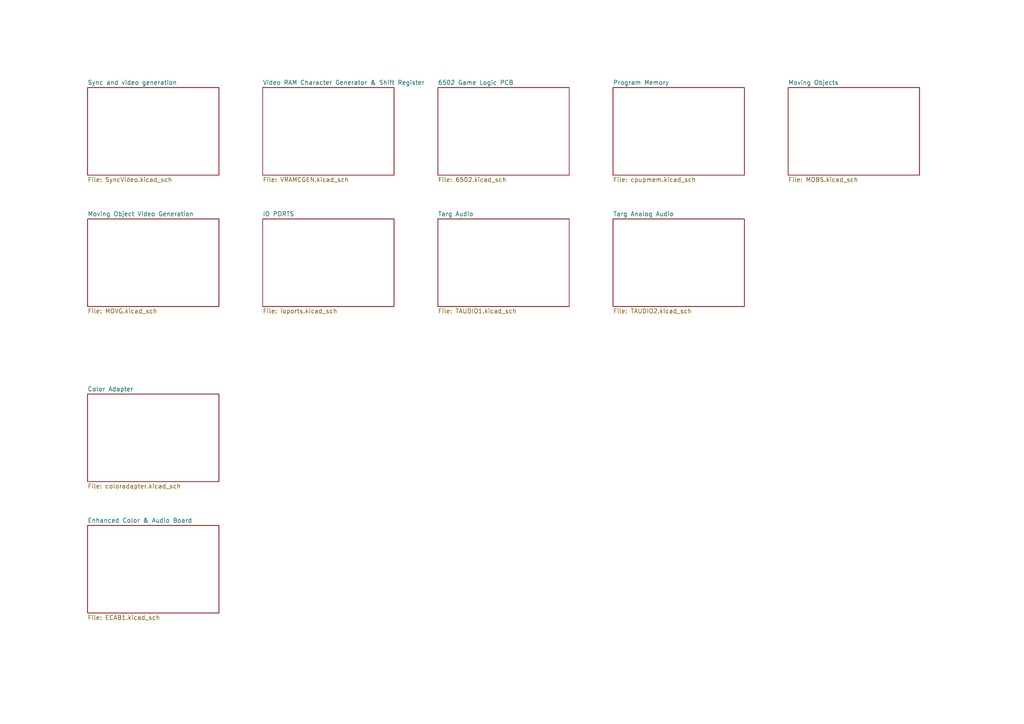
<source format=kicad_sch>
(kicad_sch
	(version 20231120)
	(generator "eeschema")
	(generator_version "8.0")
	(uuid "d19f6af5-c62c-4b3a-9ef9-d16f0857a7e7")
	(paper "A4")
	(title_block
		(title "Exidy Universal Game Board II")
		(company "Anton Gale")
	)
	(lib_symbols)
	(sheet
		(at 177.8 63.5)
		(size 38.1 25.4)
		(fields_autoplaced yes)
		(stroke
			(width 0.1524)
			(type solid)
		)
		(fill
			(color 0 0 0 0.0000)
		)
		(uuid "37edb18f-1b53-4e89-9ff7-7fe9559f6cb3")
		(property "Sheetname" "Targ Analog Audio"
			(at 177.8 62.7884 0)
			(effects
				(font
					(size 1.27 1.27)
				)
				(justify left bottom)
			)
		)
		(property "Sheetfile" "TAUDIO2.kicad_sch"
			(at 177.8 89.4846 0)
			(effects
				(font
					(size 1.27 1.27)
				)
				(justify left top)
			)
		)
		(instances
			(project "exidy2"
				(path "/d19f6af5-c62c-4b3a-9ef9-d16f0857a7e7"
					(page "11")
				)
			)
		)
	)
	(sheet
		(at 25.4 25.4)
		(size 38.1 25.4)
		(fields_autoplaced yes)
		(stroke
			(width 0.1524)
			(type solid)
		)
		(fill
			(color 0 0 0 0.0000)
		)
		(uuid "43fb6cb1-b1a3-4273-b478-1a7da05b5af9")
		(property "Sheetname" "Sync and video generation"
			(at 25.4 24.6884 0)
			(effects
				(font
					(size 1.27 1.27)
				)
				(justify left bottom)
			)
		)
		(property "Sheetfile" "SyncVideo.kicad_sch"
			(at 25.4 51.3846 0)
			(effects
				(font
					(size 1.27 1.27)
				)
				(justify left top)
			)
		)
		(instances
			(project "exidy2"
				(path "/d19f6af5-c62c-4b3a-9ef9-d16f0857a7e7"
					(page "2")
				)
			)
		)
	)
	(sheet
		(at 25.4 63.5)
		(size 38.1 25.4)
		(fields_autoplaced yes)
		(stroke
			(width 0.1524)
			(type solid)
		)
		(fill
			(color 0 0 0 0.0000)
		)
		(uuid "536bb5e0-b64c-49da-9ce8-e2cc840576e4")
		(property "Sheetname" "Moving Object Video Generation"
			(at 25.4 62.7884 0)
			(effects
				(font
					(size 1.27 1.27)
				)
				(justify left bottom)
			)
		)
		(property "Sheetfile" "MOVG.kicad_sch"
			(at 25.4 89.4846 0)
			(effects
				(font
					(size 1.27 1.27)
				)
				(justify left top)
			)
		)
		(instances
			(project "exidy2"
				(path "/d19f6af5-c62c-4b3a-9ef9-d16f0857a7e7"
					(page "8")
				)
			)
		)
	)
	(sheet
		(at 127 63.5)
		(size 38.1 25.4)
		(fields_autoplaced yes)
		(stroke
			(width 0.1524)
			(type solid)
		)
		(fill
			(color 0 0 0 0.0000)
		)
		(uuid "5371d179-37a3-4006-9310-1375e43c1a8e")
		(property "Sheetname" "Targ Audio"
			(at 127 62.7884 0)
			(effects
				(font
					(size 1.27 1.27)
				)
				(justify left bottom)
			)
		)
		(property "Sheetfile" "TAUDIO1.kicad_sch"
			(at 127 89.4846 0)
			(effects
				(font
					(size 1.27 1.27)
				)
				(justify left top)
			)
		)
		(instances
			(project "exidy2"
				(path "/d19f6af5-c62c-4b3a-9ef9-d16f0857a7e7"
					(page "10")
				)
			)
		)
	)
	(sheet
		(at 177.8 25.4)
		(size 38.1 25.4)
		(fields_autoplaced yes)
		(stroke
			(width 0.1524)
			(type solid)
		)
		(fill
			(color 0 0 0 0.0000)
		)
		(uuid "553e0e4f-34e2-4b61-b277-86420dbb2cdc")
		(property "Sheetname" "Program Memory"
			(at 177.8 24.6884 0)
			(effects
				(font
					(size 1.27 1.27)
				)
				(justify left bottom)
			)
		)
		(property "Sheetfile" "cpupmem.kicad_sch"
			(at 177.8 51.3846 0)
			(effects
				(font
					(size 1.27 1.27)
				)
				(justify left top)
			)
		)
		(instances
			(project "exidy2"
				(path "/d19f6af5-c62c-4b3a-9ef9-d16f0857a7e7"
					(page "6")
				)
			)
		)
	)
	(sheet
		(at 228.6 25.4)
		(size 38.1 25.4)
		(fields_autoplaced yes)
		(stroke
			(width 0.1524)
			(type solid)
		)
		(fill
			(color 0 0 0 0.0000)
		)
		(uuid "72ae4ec2-c44d-42aa-af08-c39391e5310f")
		(property "Sheetname" "Moving Objects"
			(at 228.6 24.6884 0)
			(effects
				(font
					(size 1.27 1.27)
				)
				(justify left bottom)
			)
		)
		(property "Sheetfile" "MOBS.kicad_sch"
			(at 228.6 51.3846 0)
			(effects
				(font
					(size 1.27 1.27)
				)
				(justify left top)
			)
		)
		(instances
			(project "exidy2"
				(path "/d19f6af5-c62c-4b3a-9ef9-d16f0857a7e7"
					(page "7")
				)
			)
		)
	)
	(sheet
		(at 25.4 114.3)
		(size 38.1 25.4)
		(fields_autoplaced yes)
		(stroke
			(width 0.1524)
			(type solid)
		)
		(fill
			(color 0 0 0 0.0000)
		)
		(uuid "7915541a-1915-4a89-89a3-19250294cd74")
		(property "Sheetname" "Color Adapter"
			(at 25.4 113.5884 0)
			(effects
				(font
					(size 1.27 1.27)
				)
				(justify left bottom)
			)
		)
		(property "Sheetfile" "coloradapter.kicad_sch"
			(at 25.4 140.2846 0)
			(effects
				(font
					(size 1.27 1.27)
				)
				(justify left top)
			)
		)
		(instances
			(project "exidy2"
				(path "/d19f6af5-c62c-4b3a-9ef9-d16f0857a7e7"
					(page "4")
				)
			)
		)
	)
	(sheet
		(at 127 25.4)
		(size 38.1 25.4)
		(fields_autoplaced yes)
		(stroke
			(width 0.1524)
			(type solid)
		)
		(fill
			(color 0 0 0 0.0000)
		)
		(uuid "810f4072-c26b-49ab-85cf-98a74de3abe0")
		(property "Sheetname" "6502 Game Logic PCB"
			(at 127 24.6884 0)
			(effects
				(font
					(size 1.27 1.27)
				)
				(justify left bottom)
			)
		)
		(property "Sheetfile" "6502.kicad_sch"
			(at 127 51.3846 0)
			(effects
				(font
					(size 1.27 1.27)
				)
				(justify left top)
			)
		)
		(instances
			(project "exidy2"
				(path "/d19f6af5-c62c-4b3a-9ef9-d16f0857a7e7"
					(page "5")
				)
			)
		)
	)
	(sheet
		(at 76.2 63.5)
		(size 38.1 25.4)
		(fields_autoplaced yes)
		(stroke
			(width 0.1524)
			(type solid)
		)
		(fill
			(color 0 0 0 0.0000)
		)
		(uuid "9a604252-ca50-4f05-ad16-ed996c86c3de")
		(property "Sheetname" "IO PORTS"
			(at 76.2 62.7884 0)
			(effects
				(font
					(size 1.27 1.27)
				)
				(justify left bottom)
			)
		)
		(property "Sheetfile" "ioports.kicad_sch"
			(at 76.2 89.4846 0)
			(effects
				(font
					(size 1.27 1.27)
				)
				(justify left top)
			)
		)
		(instances
			(project "exidy2"
				(path "/d19f6af5-c62c-4b3a-9ef9-d16f0857a7e7"
					(page "9")
				)
			)
		)
	)
	(sheet
		(at 25.4 152.4)
		(size 38.1 25.4)
		(fields_autoplaced yes)
		(stroke
			(width 0.1524)
			(type solid)
		)
		(fill
			(color 0 0 0 0.0000)
		)
		(uuid "bb31f509-33c5-4680-9c64-afeca509388f")
		(property "Sheetname" "Enhanced Color & Audio Board"
			(at 25.4 151.6884 0)
			(effects
				(font
					(size 1.27 1.27)
				)
				(justify left bottom)
			)
		)
		(property "Sheetfile" "ECAB1.kicad_sch"
			(at 25.4 178.3846 0)
			(effects
				(font
					(size 1.27 1.27)
				)
				(justify left top)
			)
		)
		(instances
			(project "exidy2"
				(path "/d19f6af5-c62c-4b3a-9ef9-d16f0857a7e7"
					(page "12")
				)
			)
		)
	)
	(sheet
		(at 76.2 25.4)
		(size 38.1 25.4)
		(fields_autoplaced yes)
		(stroke
			(width 0.1524)
			(type solid)
		)
		(fill
			(color 0 0 0 0.0000)
		)
		(uuid "bf372320-2088-4d08-ab44-6bd65f4d467f")
		(property "Sheetname" "Video RAM Character Generator & Shift Register"
			(at 76.2 24.6884 0)
			(effects
				(font
					(size 1.27 1.27)
				)
				(justify left bottom)
			)
		)
		(property "Sheetfile" "VRAMCGEN.kicad_sch"
			(at 76.2 51.3846 0)
			(effects
				(font
					(size 1.27 1.27)
				)
				(justify left top)
			)
		)
		(instances
			(project "exidy2"
				(path "/d19f6af5-c62c-4b3a-9ef9-d16f0857a7e7"
					(page "3")
				)
			)
		)
	)
	(sheet_instances
		(path "/"
			(page "1")
		)
	)
)

</source>
